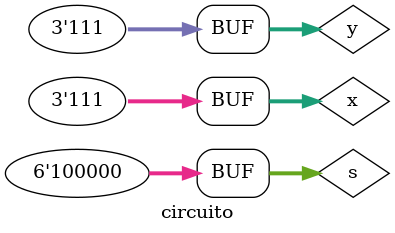
<source format=v>

/**
* Criar circuito
*/
module circuito;
//conexao
wire [5:0] s;
//registradores
reg [2:0] x, y;
reg carry;
//construir circuitos
xor teste1 ( s[0], x[0], y[0] );
xor teste2 ( s[1], x[1], y[1] );
xor teste3 ( s[2], x[2], y[2] );
or  teste4 ( s[3], s[0], s[1] );
or  teste5 ( s[4], s[2], s[3] );
not teste6 ( s[5], s[4]       );
//atribuir valor inicial
initial begin
x = 3'b000;
y = 3'b000;
//terminar initial
end

/**
* Parte principal
*/
initial begin
//Identidicaçao
$display ("Exemplo 0023");
$display ("Autor: Rodolfo Herman - 451612");
$display ("\nTeste LU comparador Igualdade\n");
$display ("Saida = 1 - iguais  |  Saida = 0 - diferentes");
//projetar teste dos modulos
$monitor ( "a = %b\t b = %b\t saida = %b", x, y, s[5] );
//mudar
#1 x = 3'b101; y = 3'b100;
//mudar
#1 x = 3'b101; y = 3'b011;
//mudar
#1 x = 3'b101; y = 3'b101;
//mudar
#1 x = 3'b101; y = 3'b111;
//mudar
#1 x = 3'b111; y = 3'b111;
//terminar intial
end
//terminar
endmodule

</source>
